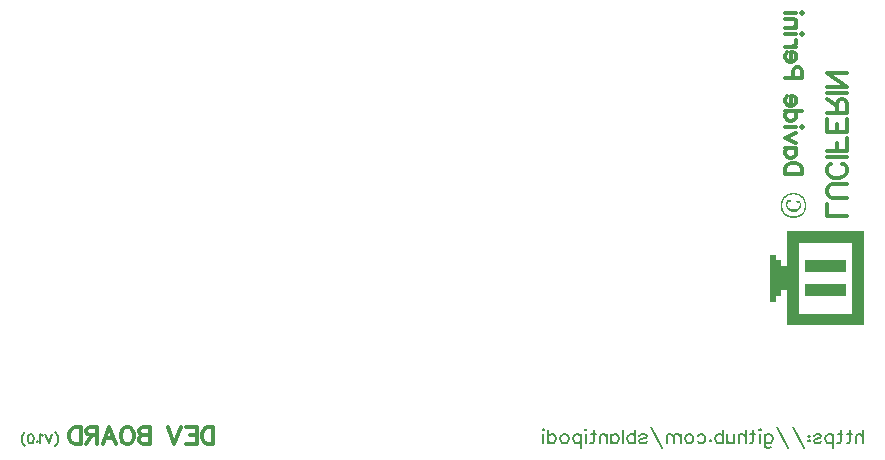
<source format=gbo>
G04 Layer: BottomSilkLayer*
G04 EasyEDA v6.4.20.6, 2021-07-29T22:43:28+02:00*
G04 24e0db9a2a824a908a71db8b70acd879,4245c91a3b6e4cf7aa995480f5c7e4a3,10*
G04 Gerber Generator version 0.2*
G04 Scale: 100 percent, Rotated: No, Reflected: No *
G04 Dimensions in millimeters *
G04 leading zeros omitted , absolute positions ,4 integer and 5 decimal *
%FSLAX45Y45*%
%MOMM*%

%ADD26C,0.2030*%
%ADD28C,0.1540*%
%ADD29C,0.3500*%
%ADD30C,0.3000*%

%LPD*%
G36*
X6056020Y12267946D02*
G01*
X6056020Y12167920D01*
X6606031Y12167920D01*
X6606031Y11567922D01*
X6156045Y11567922D01*
X6156045Y12167920D01*
X6056020Y12167920D01*
X6056020Y11967921D01*
X6006033Y11967921D01*
X6006033Y12017908D01*
X5956046Y12017908D01*
X5956046Y12067946D01*
X5906008Y12067946D01*
X5906008Y11667947D01*
X5956046Y11667947D01*
X5956046Y11717934D01*
X6006033Y11717934D01*
X6006033Y11767921D01*
X6056020Y11767921D01*
X6056020Y11467947D01*
X6706006Y11467947D01*
X6706006Y12267946D01*
G37*
G36*
X6206032Y12017908D02*
G01*
X6206032Y11917934D01*
X6556044Y11917934D01*
X6556044Y12017908D01*
G37*
G36*
X6206032Y11817959D02*
G01*
X6206032Y11717934D01*
X6556044Y11717934D01*
X6556044Y11817959D01*
G37*
G36*
X6108446Y12590780D02*
G01*
X6101384Y12590576D01*
X6094526Y12590068D01*
X6087872Y12589205D01*
X6081471Y12587986D01*
X6075222Y12586462D01*
X6069228Y12584582D01*
X6063488Y12582448D01*
X6057950Y12580010D01*
X6052616Y12577267D01*
X6047536Y12574270D01*
X6042710Y12570968D01*
X6038088Y12567462D01*
X6033770Y12563703D01*
X6029655Y12559690D01*
X6025845Y12555474D01*
X6022238Y12551003D01*
X6018936Y12546380D01*
X6015888Y12541554D01*
X6013094Y12536525D01*
X6010605Y12531293D01*
X6008420Y12525959D01*
X6006439Y12520422D01*
X6004814Y12514783D01*
X6003442Y12508941D01*
X6002375Y12503048D01*
X6001613Y12497003D01*
X6001156Y12490856D01*
X6001004Y12484608D01*
X6011926Y12484608D01*
X6012078Y12490145D01*
X6012484Y12495580D01*
X6013196Y12500914D01*
X6014161Y12506147D01*
X6016904Y12516205D01*
X6018682Y12521031D01*
X6020714Y12525705D01*
X6025489Y12534595D01*
X6031280Y12542875D01*
X6037986Y12550343D01*
X6041694Y12553797D01*
X6045606Y12557048D01*
X6054090Y12562941D01*
X6058662Y12565481D01*
X6063437Y12567818D01*
X6068415Y12569952D01*
X6073546Y12571780D01*
X6078931Y12573355D01*
X6084468Y12574676D01*
X6090208Y12575692D01*
X6096101Y12576454D01*
X6102197Y12576911D01*
X6108446Y12577064D01*
X6114694Y12576911D01*
X6120739Y12576454D01*
X6126632Y12575692D01*
X6132322Y12574676D01*
X6137808Y12573355D01*
X6143142Y12571780D01*
X6148273Y12569952D01*
X6153200Y12567818D01*
X6157925Y12565481D01*
X6162446Y12562941D01*
X6166764Y12560096D01*
X6170879Y12557048D01*
X6174740Y12553797D01*
X6178397Y12550343D01*
X6181852Y12546685D01*
X6185052Y12542875D01*
X6188049Y12538811D01*
X6190792Y12534595D01*
X6193282Y12530226D01*
X6197549Y12521031D01*
X6199276Y12516205D01*
X6200749Y12511227D01*
X6201968Y12506147D01*
X6202934Y12500914D01*
X6203645Y12495580D01*
X6204051Y12490145D01*
X6204204Y12484608D01*
X6204051Y12479070D01*
X6203645Y12473584D01*
X6202984Y12468250D01*
X6202019Y12463018D01*
X6200800Y12457887D01*
X6199327Y12452908D01*
X6197600Y12448032D01*
X6195618Y12443358D01*
X6193383Y12438786D01*
X6188202Y12430201D01*
X6182055Y12422276D01*
X6178600Y12418618D01*
X6174943Y12415164D01*
X6171082Y12411913D01*
X6166967Y12408865D01*
X6162700Y12406071D01*
X6158179Y12403480D01*
X6148476Y12399010D01*
X6143345Y12397181D01*
X6138011Y12395606D01*
X6132474Y12394285D01*
X6126734Y12393269D01*
X6120841Y12392507D01*
X6114745Y12392050D01*
X6108446Y12391898D01*
X6102096Y12392050D01*
X6095949Y12392507D01*
X6090005Y12393269D01*
X6084214Y12394285D01*
X6078626Y12395606D01*
X6073241Y12397181D01*
X6068060Y12399010D01*
X6063081Y12401143D01*
X6058306Y12403480D01*
X6049416Y12408865D01*
X6045301Y12411913D01*
X6041390Y12415164D01*
X6037681Y12418618D01*
X6031026Y12426137D01*
X6025337Y12434417D01*
X6022848Y12438786D01*
X6020562Y12443358D01*
X6018580Y12448032D01*
X6015329Y12457887D01*
X6014110Y12463018D01*
X6013145Y12468250D01*
X6012484Y12473584D01*
X6012078Y12479070D01*
X6011926Y12484608D01*
X6001004Y12484608D01*
X6001156Y12478359D01*
X6001613Y12472162D01*
X6002375Y12466116D01*
X6003442Y12460173D01*
X6004814Y12454331D01*
X6006439Y12448641D01*
X6010605Y12437719D01*
X6013094Y12432538D01*
X6015888Y12427508D01*
X6018936Y12422632D01*
X6022238Y12417958D01*
X6029655Y12409271D01*
X6038088Y12401499D01*
X6042710Y12397994D01*
X6047536Y12394692D01*
X6052616Y12391694D01*
X6057950Y12388951D01*
X6063488Y12386513D01*
X6069228Y12384379D01*
X6075222Y12382500D01*
X6081471Y12380976D01*
X6087872Y12379756D01*
X6094526Y12378893D01*
X6101384Y12378385D01*
X6108446Y12378182D01*
X6115456Y12378385D01*
X6122314Y12378893D01*
X6128918Y12379756D01*
X6135319Y12380976D01*
X6141466Y12382500D01*
X6147409Y12384379D01*
X6153150Y12386513D01*
X6158636Y12388951D01*
X6163919Y12391694D01*
X6168948Y12394692D01*
X6173724Y12397994D01*
X6178296Y12401499D01*
X6182563Y12405309D01*
X6186627Y12409322D01*
X6190386Y12413538D01*
X6193942Y12417958D01*
X6197193Y12422632D01*
X6200190Y12427508D01*
X6202934Y12432538D01*
X6205423Y12437719D01*
X6207607Y12443104D01*
X6209487Y12448641D01*
X6211112Y12454331D01*
X6212484Y12460173D01*
X6213500Y12466116D01*
X6214262Y12472162D01*
X6214719Y12478359D01*
X6214872Y12484608D01*
X6214719Y12490856D01*
X6214262Y12497003D01*
X6213500Y12503048D01*
X6212484Y12508941D01*
X6211112Y12514783D01*
X6209487Y12520422D01*
X6207607Y12525959D01*
X6205423Y12531293D01*
X6202934Y12536525D01*
X6200190Y12541554D01*
X6197193Y12546380D01*
X6193942Y12551003D01*
X6190386Y12555474D01*
X6186627Y12559690D01*
X6182563Y12563703D01*
X6178296Y12567462D01*
X6173724Y12570968D01*
X6168948Y12574270D01*
X6163919Y12577267D01*
X6158636Y12580010D01*
X6153150Y12582448D01*
X6147409Y12584582D01*
X6141466Y12586462D01*
X6135319Y12587986D01*
X6128918Y12589205D01*
X6122314Y12590068D01*
X6115456Y12590576D01*
G37*
G36*
X6084062Y12526518D02*
G01*
X6054598Y12525756D01*
X6050838Y12517221D01*
X6048197Y12508331D01*
X6046724Y12499086D01*
X6046216Y12489434D01*
X6046520Y12482880D01*
X6047384Y12476632D01*
X6048806Y12470688D01*
X6050737Y12465050D01*
X6053226Y12459766D01*
X6056172Y12454839D01*
X6059627Y12450267D01*
X6063538Y12446152D01*
X6067856Y12442393D01*
X6072581Y12439091D01*
X6077712Y12436246D01*
X6083198Y12433858D01*
X6089040Y12431979D01*
X6095187Y12430607D01*
X6101689Y12429794D01*
X6108446Y12429490D01*
X6115202Y12429794D01*
X6121654Y12430658D01*
X6127800Y12432080D01*
X6133693Y12434011D01*
X6139180Y12436500D01*
X6144361Y12439396D01*
X6149136Y12442799D01*
X6153556Y12446609D01*
X6157468Y12450826D01*
X6160973Y12455398D01*
X6164021Y12460325D01*
X6166510Y12465608D01*
X6168542Y12471146D01*
X6169964Y12476988D01*
X6170879Y12483134D01*
X6171184Y12489434D01*
X6170777Y12499035D01*
X6169355Y12507569D01*
X6166662Y12515697D01*
X6162548Y12523978D01*
X6133084Y12524740D01*
X6133084Y12512802D01*
X6157722Y12508230D01*
X6159144Y12504064D01*
X6160109Y12499949D01*
X6160617Y12495987D01*
X6160770Y12492228D01*
X6160414Y12486487D01*
X6159296Y12481052D01*
X6157417Y12475921D01*
X6154826Y12471095D01*
X6151524Y12466726D01*
X6147460Y12462764D01*
X6142736Y12459309D01*
X6137249Y12456363D01*
X6131102Y12454026D01*
X6124244Y12452248D01*
X6116675Y12451181D01*
X6108446Y12450826D01*
X6100419Y12451181D01*
X6093053Y12452197D01*
X6086348Y12453823D01*
X6080302Y12456058D01*
X6074918Y12458903D01*
X6070193Y12462256D01*
X6066180Y12466116D01*
X6062878Y12470485D01*
X6060236Y12475260D01*
X6058408Y12480442D01*
X6057239Y12486030D01*
X6056884Y12491974D01*
X6057036Y12495784D01*
X6057595Y12500203D01*
X6058611Y12504928D01*
X6060186Y12509754D01*
X6084062Y12514326D01*
G37*
D26*
X6698488Y10584113D02*
G01*
X6698488Y10469567D01*
X6698488Y10524114D02*
G01*
X6682125Y10540476D01*
X6671216Y10545930D01*
X6654850Y10545930D01*
X6643941Y10540476D01*
X6638488Y10524114D01*
X6638488Y10469567D01*
X6586123Y10584113D02*
G01*
X6586123Y10491386D01*
X6580670Y10475020D01*
X6569760Y10469567D01*
X6558851Y10469567D01*
X6602488Y10545930D02*
G01*
X6564307Y10545930D01*
X6506486Y10584113D02*
G01*
X6506486Y10491386D01*
X6501033Y10475020D01*
X6490124Y10469567D01*
X6479214Y10469567D01*
X6522852Y10545930D02*
G01*
X6484670Y10545930D01*
X6443215Y10545930D02*
G01*
X6443215Y10431386D01*
X6443215Y10529567D02*
G01*
X6432306Y10540476D01*
X6421396Y10545930D01*
X6405034Y10545930D01*
X6394124Y10540476D01*
X6383215Y10529567D01*
X6377759Y10513204D01*
X6377759Y10502295D01*
X6383215Y10485930D01*
X6394124Y10475020D01*
X6405034Y10469567D01*
X6421396Y10469567D01*
X6432306Y10475020D01*
X6443215Y10485930D01*
X6281760Y10529567D02*
G01*
X6287216Y10540476D01*
X6303578Y10545930D01*
X6319941Y10545930D01*
X6336306Y10540476D01*
X6341760Y10529567D01*
X6336306Y10518658D01*
X6325397Y10513204D01*
X6298125Y10507748D01*
X6287216Y10502295D01*
X6281760Y10491386D01*
X6281760Y10485930D01*
X6287216Y10475020D01*
X6303578Y10469567D01*
X6319941Y10469567D01*
X6336306Y10475020D01*
X6341760Y10485930D01*
X6240305Y10535020D02*
G01*
X6245760Y10529567D01*
X6240305Y10524114D01*
X6234851Y10529567D01*
X6240305Y10535020D01*
X6240305Y10496839D02*
G01*
X6245760Y10491386D01*
X6240305Y10485930D01*
X6234851Y10491386D01*
X6240305Y10496839D01*
X6100671Y10605930D02*
G01*
X6198852Y10431386D01*
X5966487Y10605930D02*
G01*
X6064669Y10431386D01*
X5865032Y10545930D02*
G01*
X5865032Y10458658D01*
X5870488Y10442295D01*
X5875942Y10436839D01*
X5886851Y10431386D01*
X5903216Y10431386D01*
X5914123Y10436839D01*
X5865032Y10529567D02*
G01*
X5875942Y10540476D01*
X5886851Y10545930D01*
X5903216Y10545930D01*
X5914123Y10540476D01*
X5925032Y10529567D01*
X5930488Y10513204D01*
X5930488Y10502295D01*
X5925032Y10485930D01*
X5914123Y10475020D01*
X5903216Y10469567D01*
X5886851Y10469567D01*
X5875942Y10475020D01*
X5865032Y10485930D01*
X5829033Y10584113D02*
G01*
X5823579Y10578658D01*
X5818124Y10584113D01*
X5823579Y10589567D01*
X5829033Y10584113D01*
X5823579Y10545930D02*
G01*
X5823579Y10469567D01*
X5765761Y10584113D02*
G01*
X5765761Y10491386D01*
X5760305Y10475020D01*
X5749396Y10469567D01*
X5738487Y10469567D01*
X5782124Y10545930D02*
G01*
X5743943Y10545930D01*
X5702487Y10584113D02*
G01*
X5702487Y10469567D01*
X5702487Y10524114D02*
G01*
X5686125Y10540476D01*
X5675215Y10545930D01*
X5658850Y10545930D01*
X5647941Y10540476D01*
X5642488Y10524114D01*
X5642488Y10469567D01*
X5606488Y10545930D02*
G01*
X5606488Y10491386D01*
X5601032Y10475020D01*
X5590123Y10469567D01*
X5573760Y10469567D01*
X5562851Y10475020D01*
X5546488Y10491386D01*
X5546488Y10545930D02*
G01*
X5546488Y10469567D01*
X5510486Y10584113D02*
G01*
X5510486Y10469567D01*
X5510486Y10529567D02*
G01*
X5499580Y10540476D01*
X5488670Y10545930D01*
X5472305Y10545930D01*
X5461396Y10540476D01*
X5450486Y10529567D01*
X5445033Y10513204D01*
X5445033Y10502295D01*
X5450486Y10485930D01*
X5461396Y10475020D01*
X5472305Y10469567D01*
X5488670Y10469567D01*
X5499580Y10475020D01*
X5510486Y10485930D01*
X5403578Y10496839D02*
G01*
X5409034Y10491386D01*
X5403578Y10485930D01*
X5398124Y10491386D01*
X5403578Y10496839D01*
X5296669Y10529567D02*
G01*
X5307578Y10540476D01*
X5318488Y10545930D01*
X5334850Y10545930D01*
X5345760Y10540476D01*
X5356669Y10529567D01*
X5362125Y10513204D01*
X5362125Y10502295D01*
X5356669Y10485930D01*
X5345760Y10475020D01*
X5334850Y10469567D01*
X5318488Y10469567D01*
X5307578Y10475020D01*
X5296669Y10485930D01*
X5233398Y10545930D02*
G01*
X5244304Y10540476D01*
X5255214Y10529567D01*
X5260670Y10513204D01*
X5260670Y10502295D01*
X5255214Y10485930D01*
X5244304Y10475020D01*
X5233398Y10469567D01*
X5217033Y10469567D01*
X5206123Y10475020D01*
X5195214Y10485930D01*
X5189761Y10502295D01*
X5189761Y10513204D01*
X5195214Y10529567D01*
X5206123Y10540476D01*
X5217033Y10545930D01*
X5233398Y10545930D01*
X5153761Y10545930D02*
G01*
X5153761Y10469567D01*
X5153761Y10524114D02*
G01*
X5137396Y10540476D01*
X5126487Y10545930D01*
X5110124Y10545930D01*
X5099215Y10540476D01*
X5093761Y10524114D01*
X5093761Y10469567D01*
X5093761Y10524114D02*
G01*
X5077396Y10540476D01*
X5066487Y10545930D01*
X5050124Y10545930D01*
X5039215Y10540476D01*
X5033761Y10524114D01*
X5033761Y10469567D01*
X4899578Y10605930D02*
G01*
X4997759Y10431386D01*
X4803579Y10529567D02*
G01*
X4809032Y10540476D01*
X4825398Y10545930D01*
X4841760Y10545930D01*
X4858123Y10540476D01*
X4863579Y10529567D01*
X4858123Y10518658D01*
X4847214Y10513204D01*
X4819942Y10507748D01*
X4809032Y10502295D01*
X4803579Y10491386D01*
X4803579Y10485930D01*
X4809032Y10475020D01*
X4825398Y10469567D01*
X4841760Y10469567D01*
X4858123Y10475020D01*
X4863579Y10485930D01*
X4767579Y10584113D02*
G01*
X4767579Y10469567D01*
X4767579Y10529567D02*
G01*
X4756670Y10540476D01*
X4745761Y10545930D01*
X4729396Y10545930D01*
X4718486Y10540476D01*
X4707580Y10529567D01*
X4702124Y10513204D01*
X4702124Y10502295D01*
X4707580Y10485930D01*
X4718486Y10475020D01*
X4729396Y10469567D01*
X4745761Y10469567D01*
X4756670Y10475020D01*
X4767579Y10485930D01*
X4666124Y10584113D02*
G01*
X4666124Y10469567D01*
X4564669Y10545930D02*
G01*
X4564669Y10469567D01*
X4564669Y10529567D02*
G01*
X4575578Y10540476D01*
X4586488Y10545930D01*
X4602850Y10545930D01*
X4613760Y10540476D01*
X4624669Y10529567D01*
X4630125Y10513204D01*
X4630125Y10502295D01*
X4624669Y10485930D01*
X4613760Y10475020D01*
X4602850Y10469567D01*
X4586488Y10469567D01*
X4575578Y10475020D01*
X4564669Y10485930D01*
X4528670Y10545930D02*
G01*
X4528670Y10469567D01*
X4528670Y10524114D02*
G01*
X4512304Y10540476D01*
X4501398Y10545930D01*
X4485032Y10545930D01*
X4474123Y10540476D01*
X4468670Y10524114D01*
X4468670Y10469567D01*
X4416305Y10584113D02*
G01*
X4416305Y10491386D01*
X4410852Y10475020D01*
X4399942Y10469567D01*
X4389033Y10469567D01*
X4432670Y10545930D02*
G01*
X4394487Y10545930D01*
X4353034Y10584113D02*
G01*
X4347578Y10578658D01*
X4342124Y10584113D01*
X4347578Y10589567D01*
X4353034Y10584113D01*
X4347578Y10545930D02*
G01*
X4347578Y10469567D01*
X4306125Y10545930D02*
G01*
X4306125Y10431386D01*
X4306125Y10529567D02*
G01*
X4295216Y10540476D01*
X4284306Y10545930D01*
X4267941Y10545930D01*
X4257032Y10540476D01*
X4246125Y10529567D01*
X4240669Y10513204D01*
X4240669Y10502295D01*
X4246125Y10485930D01*
X4257032Y10475020D01*
X4267941Y10469567D01*
X4284306Y10469567D01*
X4295216Y10475020D01*
X4306125Y10485930D01*
X4177398Y10545930D02*
G01*
X4188305Y10540476D01*
X4199214Y10529567D01*
X4204670Y10513204D01*
X4204670Y10502295D01*
X4199214Y10485930D01*
X4188305Y10475020D01*
X4177398Y10469567D01*
X4161033Y10469567D01*
X4150123Y10475020D01*
X4139214Y10485930D01*
X4133761Y10502295D01*
X4133761Y10513204D01*
X4139214Y10529567D01*
X4150123Y10540476D01*
X4161033Y10545930D01*
X4177398Y10545930D01*
X4032305Y10584113D02*
G01*
X4032305Y10469567D01*
X4032305Y10529567D02*
G01*
X4043215Y10540476D01*
X4054124Y10545930D01*
X4070487Y10545930D01*
X4081396Y10540476D01*
X4092305Y10529567D01*
X4097761Y10513204D01*
X4097761Y10502295D01*
X4092305Y10485930D01*
X4081396Y10475020D01*
X4070487Y10469567D01*
X4054124Y10469567D01*
X4043215Y10475020D01*
X4032305Y10485930D01*
X3996306Y10584113D02*
G01*
X3990850Y10578658D01*
X3985397Y10584113D01*
X3990850Y10589567D01*
X3996306Y10584113D01*
X3990850Y10545930D02*
G01*
X3990850Y10469567D01*
D29*
X6560121Y12395034D02*
G01*
X6388303Y12395034D01*
X6388303Y12395034D02*
G01*
X6388303Y12493216D01*
X6560121Y12547216D02*
G01*
X6437396Y12547216D01*
X6412849Y12555397D01*
X6396487Y12571763D01*
X6388303Y12596307D01*
X6388303Y12612672D01*
X6396487Y12637216D01*
X6412849Y12653581D01*
X6437396Y12661762D01*
X6560121Y12661762D01*
X6519212Y12838488D02*
G01*
X6535577Y12830307D01*
X6551940Y12813944D01*
X6560121Y12797579D01*
X6560121Y12764853D01*
X6551940Y12748488D01*
X6535577Y12732125D01*
X6519212Y12723944D01*
X6494668Y12715763D01*
X6453759Y12715763D01*
X6429212Y12723944D01*
X6412849Y12732125D01*
X6396487Y12748488D01*
X6388303Y12764853D01*
X6388303Y12797579D01*
X6396487Y12813944D01*
X6412849Y12830307D01*
X6429212Y12838488D01*
X6560121Y12892488D02*
G01*
X6388303Y12892488D01*
X6560121Y12946489D02*
G01*
X6388303Y12946489D01*
X6560121Y12946489D02*
G01*
X6560121Y13052854D01*
X6478303Y12946489D02*
G01*
X6478303Y13011945D01*
X6560121Y13106852D02*
G01*
X6388303Y13106852D01*
X6560121Y13106852D02*
G01*
X6560121Y13213217D01*
X6478303Y13106852D02*
G01*
X6478303Y13172307D01*
X6388303Y13106852D02*
G01*
X6388303Y13213217D01*
X6560121Y13267217D02*
G01*
X6388303Y13267217D01*
X6560121Y13267217D02*
G01*
X6560121Y13340852D01*
X6551940Y13365398D01*
X6543758Y13373580D01*
X6527396Y13381761D01*
X6511030Y13381761D01*
X6494668Y13373580D01*
X6486486Y13365398D01*
X6478303Y13340852D01*
X6478303Y13267217D01*
X6478303Y13324489D02*
G01*
X6388303Y13381761D01*
X6560121Y13435761D02*
G01*
X6388303Y13435761D01*
X6560121Y13489762D02*
G01*
X6388303Y13489762D01*
X6560121Y13489762D02*
G01*
X6388303Y13604308D01*
X6560121Y13604308D02*
G01*
X6388303Y13604308D01*
X1195704Y10606130D02*
G01*
X1195704Y10462948D01*
X1195704Y10606130D02*
G01*
X1147978Y10606130D01*
X1127523Y10599313D01*
X1113886Y10585676D01*
X1107069Y10572038D01*
X1100251Y10551584D01*
X1100251Y10517494D01*
X1107069Y10497040D01*
X1113886Y10483402D01*
X1127523Y10469765D01*
X1147978Y10462948D01*
X1195704Y10462948D01*
X1055250Y10606130D02*
G01*
X1055250Y10462948D01*
X1055250Y10606130D02*
G01*
X966614Y10606130D01*
X1055250Y10537949D02*
G01*
X1000706Y10537949D01*
X1055250Y10462948D02*
G01*
X966614Y10462948D01*
X921613Y10606130D02*
G01*
X867069Y10462948D01*
X812523Y10606130D02*
G01*
X867069Y10462948D01*
X662523Y10606130D02*
G01*
X662523Y10462948D01*
X662523Y10606130D02*
G01*
X601159Y10606130D01*
X580707Y10599313D01*
X573887Y10592493D01*
X567070Y10578858D01*
X567070Y10565221D01*
X573887Y10551584D01*
X580707Y10544766D01*
X601159Y10537949D01*
X662523Y10537949D02*
G01*
X601159Y10537949D01*
X580707Y10531129D01*
X573887Y10524312D01*
X567070Y10510674D01*
X567070Y10490220D01*
X573887Y10476585D01*
X580707Y10469765D01*
X601159Y10462948D01*
X662523Y10462948D01*
X481159Y10606130D02*
G01*
X494797Y10599313D01*
X508434Y10585676D01*
X515251Y10572038D01*
X522069Y10551584D01*
X522069Y10517494D01*
X515251Y10497040D01*
X508434Y10483402D01*
X494797Y10469765D01*
X481159Y10462948D01*
X453887Y10462948D01*
X440253Y10469765D01*
X426615Y10483402D01*
X419798Y10497040D01*
X412978Y10517494D01*
X412978Y10551584D01*
X419798Y10572038D01*
X426615Y10585676D01*
X440253Y10599313D01*
X453887Y10606130D01*
X481159Y10606130D01*
X313433Y10606130D02*
G01*
X367979Y10462948D01*
X313433Y10606130D02*
G01*
X258889Y10462948D01*
X347525Y10510674D02*
G01*
X279344Y10510674D01*
X213888Y10606130D02*
G01*
X213888Y10462948D01*
X213888Y10606130D02*
G01*
X152524Y10606130D01*
X132069Y10599313D01*
X125252Y10592493D01*
X118435Y10578858D01*
X118435Y10565221D01*
X125252Y10551584D01*
X132069Y10544766D01*
X152524Y10537949D01*
X213888Y10537949D01*
X166161Y10537949D02*
G01*
X118435Y10462948D01*
X73433Y10606130D02*
G01*
X73433Y10462948D01*
X73433Y10606130D02*
G01*
X25707Y10606130D01*
X5252Y10599313D01*
X-8384Y10585676D01*
X-15201Y10572038D01*
X-22019Y10551584D01*
X-22019Y10517494D01*
X-15201Y10497040D01*
X-8384Y10483402D01*
X5252Y10469765D01*
X25707Y10462948D01*
X73433Y10462948D01*
D28*
X-143987Y10562366D02*
G01*
X-136715Y10555094D01*
X-129443Y10544185D01*
X-122171Y10529638D01*
X-118534Y10511457D01*
X-118534Y10496910D01*
X-122171Y10478729D01*
X-129443Y10464185D01*
X-136715Y10453276D01*
X-143987Y10446001D01*
X-167987Y10547819D02*
G01*
X-197078Y10471457D01*
X-226171Y10547819D02*
G01*
X-197078Y10471457D01*
X-250169Y10533275D02*
G01*
X-257444Y10536910D01*
X-268353Y10547819D01*
X-268353Y10471457D01*
X-295988Y10489638D02*
G01*
X-292351Y10486003D01*
X-295988Y10482366D01*
X-299626Y10486003D01*
X-295988Y10489638D01*
X-345442Y10547819D02*
G01*
X-334533Y10544185D01*
X-327261Y10533275D01*
X-323623Y10515094D01*
X-323623Y10504185D01*
X-327261Y10486003D01*
X-334533Y10475094D01*
X-345442Y10471457D01*
X-352717Y10471457D01*
X-363623Y10475094D01*
X-370898Y10486003D01*
X-374533Y10504185D01*
X-374533Y10515094D01*
X-370898Y10533275D01*
X-363623Y10544185D01*
X-352717Y10547819D01*
X-345442Y10547819D01*
X-398533Y10562366D02*
G01*
X-405805Y10555094D01*
X-413080Y10544185D01*
X-420352Y10529638D01*
X-423989Y10511457D01*
X-423989Y10496910D01*
X-420352Y10478729D01*
X-413080Y10464185D01*
X-405805Y10453276D01*
X-398533Y10446001D01*
D30*
X6179667Y12747978D02*
G01*
X6036485Y12747978D01*
X6179667Y12747978D02*
G01*
X6179667Y12795704D01*
X6172850Y12816159D01*
X6159212Y12829796D01*
X6145575Y12836613D01*
X6125121Y12843431D01*
X6091031Y12843431D01*
X6070577Y12836613D01*
X6056939Y12829796D01*
X6043302Y12816159D01*
X6036485Y12795704D01*
X6036485Y12747978D01*
X6131940Y12970250D02*
G01*
X6036485Y12970250D01*
X6111486Y12970250D02*
G01*
X6125121Y12956613D01*
X6131940Y12942978D01*
X6131940Y12922524D01*
X6125121Y12908887D01*
X6111486Y12895249D01*
X6091031Y12888432D01*
X6077394Y12888432D01*
X6056939Y12895249D01*
X6043302Y12908887D01*
X6036485Y12922524D01*
X6036485Y12942978D01*
X6043302Y12956613D01*
X6056939Y12970250D01*
X6131940Y13015249D02*
G01*
X6036485Y13056158D01*
X6131940Y13097068D02*
G01*
X6036485Y13056158D01*
X6179667Y13142069D02*
G01*
X6172850Y13148886D01*
X6179667Y13155703D01*
X6186484Y13148886D01*
X6179667Y13142069D01*
X6131940Y13148886D02*
G01*
X6036485Y13148886D01*
X6179667Y13282523D02*
G01*
X6036485Y13282523D01*
X6111486Y13282523D02*
G01*
X6125121Y13268886D01*
X6131940Y13255249D01*
X6131940Y13234794D01*
X6125121Y13221159D01*
X6111486Y13207522D01*
X6091031Y13200705D01*
X6077394Y13200705D01*
X6056939Y13207522D01*
X6043302Y13221159D01*
X6036485Y13234794D01*
X6036485Y13255249D01*
X6043302Y13268886D01*
X6056939Y13282523D01*
X6091031Y13327522D02*
G01*
X6091031Y13409340D01*
X6104666Y13409340D01*
X6118303Y13402523D01*
X6125121Y13395703D01*
X6131940Y13382068D01*
X6131940Y13361614D01*
X6125121Y13347976D01*
X6111486Y13334339D01*
X6091031Y13327522D01*
X6077394Y13327522D01*
X6056939Y13334339D01*
X6043302Y13347976D01*
X6036485Y13361614D01*
X6036485Y13382068D01*
X6043302Y13395703D01*
X6056939Y13409340D01*
X6179667Y13559340D02*
G01*
X6036485Y13559340D01*
X6179667Y13559340D02*
G01*
X6179667Y13620704D01*
X6172850Y13641158D01*
X6166030Y13647976D01*
X6152395Y13654793D01*
X6131940Y13654793D01*
X6118303Y13647976D01*
X6111486Y13641158D01*
X6104666Y13620704D01*
X6104666Y13559340D01*
X6091031Y13699794D02*
G01*
X6091031Y13781613D01*
X6104666Y13781613D01*
X6118303Y13774793D01*
X6125121Y13767976D01*
X6131940Y13754338D01*
X6131940Y13733884D01*
X6125121Y13720249D01*
X6111486Y13706612D01*
X6091031Y13699794D01*
X6077394Y13699794D01*
X6056939Y13706612D01*
X6043302Y13720249D01*
X6036485Y13733884D01*
X6036485Y13754338D01*
X6043302Y13767976D01*
X6056939Y13781613D01*
X6131940Y13826611D02*
G01*
X6036485Y13826611D01*
X6091031Y13826611D02*
G01*
X6111486Y13833429D01*
X6125121Y13847066D01*
X6131940Y13860703D01*
X6131940Y13881158D01*
X6179667Y13926157D02*
G01*
X6172850Y13932976D01*
X6179667Y13939794D01*
X6186484Y13932976D01*
X6179667Y13926157D01*
X6131940Y13932976D02*
G01*
X6036485Y13932976D01*
X6131940Y13984792D02*
G01*
X6036485Y13984792D01*
X6104666Y13984792D02*
G01*
X6125121Y14005247D01*
X6131940Y14018884D01*
X6131940Y14039339D01*
X6125121Y14052976D01*
X6104666Y14059794D01*
X6036485Y14059794D01*
X6179667Y14104792D02*
G01*
X6172850Y14111612D01*
X6179667Y14118429D01*
X6186484Y14111612D01*
X6179667Y14104792D01*
X6131940Y14111612D02*
G01*
X6036485Y14111612D01*
M02*

</source>
